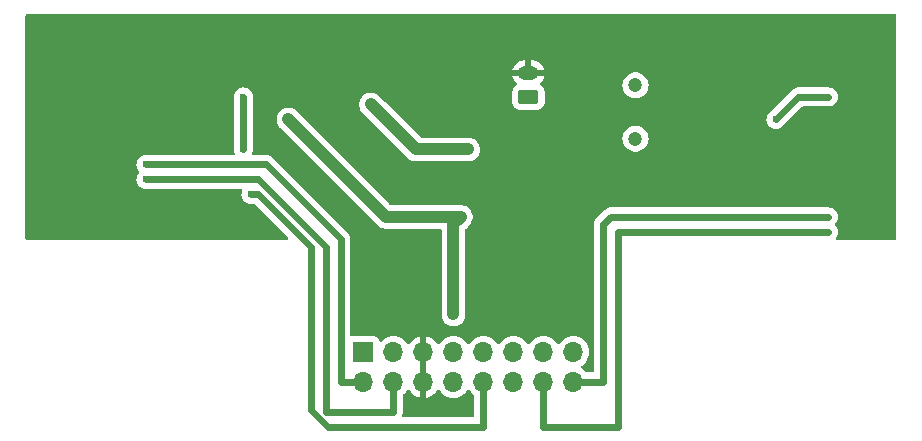
<source format=gbr>
%TF.GenerationSoftware,KiCad,Pcbnew,8.0.1*%
%TF.CreationDate,2024-03-24T23:42:45+02:00*%
%TF.ProjectId,ProjectFiles,50726f6a-6563-4744-9669-6c65732e6b69,rev?*%
%TF.SameCoordinates,Original*%
%TF.FileFunction,Copper,L2,Bot*%
%TF.FilePolarity,Positive*%
%FSLAX46Y46*%
G04 Gerber Fmt 4.6, Leading zero omitted, Abs format (unit mm)*
G04 Created by KiCad (PCBNEW 8.0.1) date 2024-03-24 23:42:45*
%MOMM*%
%LPD*%
G01*
G04 APERTURE LIST*
G04 Aperture macros list*
%AMRoundRect*
0 Rectangle with rounded corners*
0 $1 Rounding radius*
0 $2 $3 $4 $5 $6 $7 $8 $9 X,Y pos of 4 corners*
0 Add a 4 corners polygon primitive as box body*
4,1,4,$2,$3,$4,$5,$6,$7,$8,$9,$2,$3,0*
0 Add four circle primitives for the rounded corners*
1,1,$1+$1,$2,$3*
1,1,$1+$1,$4,$5*
1,1,$1+$1,$6,$7*
1,1,$1+$1,$8,$9*
0 Add four rect primitives between the rounded corners*
20,1,$1+$1,$2,$3,$4,$5,0*
20,1,$1+$1,$4,$5,$6,$7,0*
20,1,$1+$1,$6,$7,$8,$9,0*
20,1,$1+$1,$8,$9,$2,$3,0*%
G04 Aperture macros list end*
%TA.AperFunction,ComponentPad*%
%ADD10C,1.200000*%
%TD*%
%TA.AperFunction,ComponentPad*%
%ADD11R,1.700000X1.700000*%
%TD*%
%TA.AperFunction,ComponentPad*%
%ADD12O,1.700000X1.700000*%
%TD*%
%TA.AperFunction,ComponentPad*%
%ADD13RoundRect,0.250000X0.625000X-0.350000X0.625000X0.350000X-0.625000X0.350000X-0.625000X-0.350000X0*%
%TD*%
%TA.AperFunction,ComponentPad*%
%ADD14O,1.750000X1.200000*%
%TD*%
%TA.AperFunction,ViaPad*%
%ADD15C,0.600000*%
%TD*%
%TA.AperFunction,Conductor*%
%ADD16C,0.600000*%
%TD*%
%TA.AperFunction,Conductor*%
%ADD17C,1.000000*%
%TD*%
G04 APERTURE END LIST*
D10*
%TO.P,S1,MH1*%
%TO.N,N/C*%
X164005000Y-96810000D03*
%TO.P,S1,MH2*%
X164005000Y-101310000D03*
%TD*%
D11*
%TO.P,J1,1,Pin_1*%
%TO.N,/Motor2_A*%
X140970000Y-119380000D03*
D12*
%TO.P,J1,2,Pin_2*%
%TO.N,/PWM1*%
X140970000Y-121920000D03*
%TO.P,J1,3,Pin_3*%
%TO.N,/Motor2_B*%
X143510000Y-119380000D03*
%TO.P,J1,4,Pin_4*%
%TO.N,/PWM2*%
X143510000Y-121920000D03*
%TO.P,J1,5,Pin_5*%
%TO.N,GND*%
X146050000Y-119380000D03*
%TO.P,J1,6,Pin_6*%
X146050000Y-121920000D03*
%TO.P,J1,7,Pin_7*%
%TO.N,/BATT*%
X148590000Y-119380000D03*
%TO.P,J1,8,Pin_8*%
X148590000Y-121920000D03*
%TO.P,J1,9,Pin_9*%
%TO.N,unconnected-(J1-Pin_9-Pad9)*%
X151130000Y-119380000D03*
%TO.P,J1,10,Pin_10*%
%TO.N,/BATT_ADC*%
X151130000Y-121920000D03*
%TO.P,J1,11,Pin_11*%
%TO.N,5V*%
X153670000Y-119380000D03*
%TO.P,J1,12,Pin_12*%
X153670000Y-121920000D03*
%TO.P,J1,13,Pin_13*%
%TO.N,/Motor1_A*%
X156210000Y-119380000D03*
%TO.P,J1,14,Pin_14*%
%TO.N,/PWM3*%
X156210000Y-121920000D03*
%TO.P,J1,15,Pin_15*%
%TO.N,/Motor1_B*%
X158750000Y-119380000D03*
%TO.P,J1,16,Pin_16*%
%TO.N,/PWM4*%
X158750000Y-121920000D03*
%TD*%
D13*
%TO.P,J3,1,Pin_1*%
%TO.N,Net-(J2-BAT)*%
X154940000Y-97790000D03*
D14*
%TO.P,J3,2,Pin_2*%
%TO.N,GND*%
X154940000Y-95790000D03*
%TD*%
D15*
%TO.N,/PWM3*%
X180340000Y-109220000D03*
%TO.N,/BATT_ADC*%
X130810000Y-97790000D03*
X130810000Y-102235000D03*
X131445000Y-106045000D03*
%TO.N,GND*%
X158750000Y-95885000D03*
X184150000Y-102870000D03*
X120015000Y-101600000D03*
X184150000Y-100965000D03*
X156845000Y-106045000D03*
%TO.N,/BATT*%
X148590000Y-116205000D03*
X134620000Y-99695000D03*
X149225000Y-107950000D03*
%TO.N,/PWM2*%
X122555000Y-104775000D03*
%TO.N,/PWM4*%
X180340000Y-107950000D03*
%TO.N,/PWM1*%
X122555000Y-103505000D03*
%TO.N,Net-(J2-~{CHRG})*%
X149837000Y-102235000D03*
X141605000Y-98425000D03*
%TO.N,Net-(Q1-Pad1)*%
X180340000Y-97790000D03*
X175895000Y-99695000D03*
%TD*%
D16*
%TO.N,/PWM3*%
X162560000Y-109220000D02*
X180340000Y-109220000D01*
X156210000Y-121920000D02*
X156210000Y-125730000D01*
X162560000Y-125730000D02*
X162560000Y-109220000D01*
X156210000Y-125730000D02*
X162560000Y-125730000D01*
%TO.N,/BATT_ADC*%
X151130000Y-125730000D02*
X137933629Y-125730000D01*
X132080000Y-106045000D02*
X131445000Y-106045000D01*
X130810000Y-102235000D02*
X130810000Y-97790000D01*
X136525000Y-124321371D02*
X136525000Y-110490000D01*
X151130000Y-121920000D02*
X151130000Y-125730000D01*
X136525000Y-110490000D02*
X132080000Y-106045000D01*
X137933629Y-125730000D02*
X136525000Y-124321371D01*
%TO.N,GND*%
X184150000Y-100965000D02*
X184150000Y-102870000D01*
D17*
%TO.N,/BATT*%
X142875000Y-107950000D02*
X134620000Y-99695000D01*
X149225000Y-107950000D02*
X142875000Y-107950000D01*
X148590000Y-108585000D02*
X149225000Y-107950000D01*
X148590000Y-116205000D02*
X148590000Y-108585000D01*
D16*
%TO.N,/PWM2*%
X132080000Y-104775000D02*
X137795000Y-110490000D01*
X137795000Y-124460000D02*
X143510000Y-124460000D01*
X143510000Y-124460000D02*
X143510000Y-121920000D01*
X137795000Y-110490000D02*
X137795000Y-124460000D01*
X122555000Y-104775000D02*
X132080000Y-104775000D01*
%TO.N,/PWM4*%
X158750000Y-121920000D02*
X161290000Y-121920000D01*
X161290000Y-108585000D02*
X161925000Y-107950000D01*
X161290000Y-121920000D02*
X161290000Y-108585000D01*
X161925000Y-107950000D02*
X180340000Y-107950000D01*
%TO.N,/PWM1*%
X139065000Y-121920000D02*
X140970000Y-121920000D01*
X122555000Y-103505000D02*
X132715000Y-103505000D01*
X139065000Y-109855000D02*
X139065000Y-121920000D01*
X132715000Y-103505000D02*
X139065000Y-109855000D01*
D17*
%TO.N,Net-(J2-~{CHRG})*%
X141605000Y-98425000D02*
X145415000Y-102235000D01*
X145415000Y-102235000D02*
X149837000Y-102235000D01*
D16*
%TO.N,Net-(Q1-Pad1)*%
X180340000Y-97790000D02*
X177800000Y-97790000D01*
X177800000Y-97790000D02*
X175895000Y-99695000D01*
%TD*%
%TA.AperFunction,Conductor*%
%TO.N,GND*%
G36*
X146300000Y-123250633D02*
G01*
X146513483Y-123193433D01*
X146513492Y-123193429D01*
X146727578Y-123093600D01*
X146921082Y-122958105D01*
X147088105Y-122791082D01*
X147218119Y-122605405D01*
X147272696Y-122561781D01*
X147342195Y-122554588D01*
X147404549Y-122586110D01*
X147421269Y-122605405D01*
X147551505Y-122791401D01*
X147718599Y-122958495D01*
X147814562Y-123025689D01*
X147912165Y-123094032D01*
X147912167Y-123094033D01*
X147912170Y-123094035D01*
X148126337Y-123193903D01*
X148354592Y-123255063D01*
X148542918Y-123271539D01*
X148589999Y-123275659D01*
X148590000Y-123275659D01*
X148590001Y-123275659D01*
X148629234Y-123272226D01*
X148825408Y-123255063D01*
X149053663Y-123193903D01*
X149267830Y-123094035D01*
X149461401Y-122958495D01*
X149628495Y-122791401D01*
X149758425Y-122605842D01*
X149813002Y-122562217D01*
X149882500Y-122555023D01*
X149944855Y-122586546D01*
X149961575Y-122605842D01*
X150091501Y-122791396D01*
X150091506Y-122791402D01*
X150258594Y-122958491D01*
X150258597Y-122958493D01*
X150258599Y-122958495D01*
X150276622Y-122971115D01*
X150320247Y-123025689D01*
X150329500Y-123072690D01*
X150329500Y-124805500D01*
X150309815Y-124872539D01*
X150257011Y-124918294D01*
X150205500Y-124929500D01*
X144367561Y-124929500D01*
X144300522Y-124909815D01*
X144254767Y-124857011D01*
X144244823Y-124787853D01*
X144253000Y-124758048D01*
X144276813Y-124700556D01*
X144279737Y-124693497D01*
X144310500Y-124538842D01*
X144310500Y-123072690D01*
X144330185Y-123005651D01*
X144363375Y-122971116D01*
X144381401Y-122958495D01*
X144548495Y-122791401D01*
X144678730Y-122605405D01*
X144733307Y-122561781D01*
X144802805Y-122554587D01*
X144865160Y-122586110D01*
X144881879Y-122605405D01*
X145011890Y-122791078D01*
X145178917Y-122958105D01*
X145372421Y-123093600D01*
X145586507Y-123193429D01*
X145586516Y-123193433D01*
X145800000Y-123250634D01*
X145800000Y-122353012D01*
X145857007Y-122385925D01*
X145984174Y-122420000D01*
X146115826Y-122420000D01*
X146242993Y-122385925D01*
X146300000Y-122353012D01*
X146300000Y-123250633D01*
G37*
%TD.AperFunction*%
%TA.AperFunction,Conductor*%
G36*
X146300000Y-121486988D02*
G01*
X146242993Y-121454075D01*
X146115826Y-121420000D01*
X145984174Y-121420000D01*
X145857007Y-121454075D01*
X145800000Y-121486988D01*
X145800000Y-119813012D01*
X145857007Y-119845925D01*
X145984174Y-119880000D01*
X146115826Y-119880000D01*
X146242993Y-119845925D01*
X146300000Y-119813012D01*
X146300000Y-121486988D01*
G37*
%TD.AperFunction*%
%TA.AperFunction,Conductor*%
G36*
X186032539Y-90790185D02*
G01*
X186078294Y-90842989D01*
X186089500Y-90894500D01*
X186089500Y-109765500D01*
X186069815Y-109832539D01*
X186017011Y-109878294D01*
X185965500Y-109889500D01*
X181089094Y-109889500D01*
X181022055Y-109869815D01*
X180976300Y-109817011D01*
X180966356Y-109747853D01*
X180984097Y-109699533D01*
X181010942Y-109656808D01*
X181012777Y-109653979D01*
X181049394Y-109599179D01*
X181049720Y-109598390D01*
X181059287Y-109579868D01*
X181065789Y-109569522D01*
X181087023Y-109508837D01*
X181089484Y-109502389D01*
X181109737Y-109453497D01*
X181112448Y-109439862D01*
X181117023Y-109423100D01*
X181125368Y-109399255D01*
X181131110Y-109348283D01*
X181132707Y-109338017D01*
X181140500Y-109298842D01*
X181140500Y-109271914D01*
X181141280Y-109258029D01*
X181145565Y-109220001D01*
X181145565Y-109219998D01*
X181141280Y-109181969D01*
X181140500Y-109168085D01*
X181140500Y-109141157D01*
X181132711Y-109102003D01*
X181131110Y-109091714D01*
X181125368Y-109040745D01*
X181117023Y-109016898D01*
X181112449Y-109000139D01*
X181109737Y-108986503D01*
X181089484Y-108937607D01*
X181087028Y-108931175D01*
X181065789Y-108870478D01*
X181059289Y-108860134D01*
X181049719Y-108841606D01*
X181049394Y-108840821D01*
X181012790Y-108786040D01*
X181010905Y-108783131D01*
X180969815Y-108717737D01*
X180924759Y-108672681D01*
X180891274Y-108611358D01*
X180896258Y-108541666D01*
X180924759Y-108497319D01*
X180969816Y-108452262D01*
X181010931Y-108386825D01*
X181012777Y-108383979D01*
X181049394Y-108329179D01*
X181049720Y-108328390D01*
X181059287Y-108309868D01*
X181065789Y-108299522D01*
X181087023Y-108238837D01*
X181089484Y-108232389D01*
X181109737Y-108183497D01*
X181112448Y-108169862D01*
X181117023Y-108153100D01*
X181125368Y-108129255D01*
X181131110Y-108078283D01*
X181132707Y-108068017D01*
X181140500Y-108028842D01*
X181140500Y-108001914D01*
X181141280Y-107988029D01*
X181145565Y-107950001D01*
X181145565Y-107949998D01*
X181141280Y-107911969D01*
X181140500Y-107898085D01*
X181140500Y-107871157D01*
X181138109Y-107859140D01*
X181132709Y-107831992D01*
X181131110Y-107821714D01*
X181125368Y-107770745D01*
X181117023Y-107746898D01*
X181112449Y-107730139D01*
X181109737Y-107716503D01*
X181089484Y-107667607D01*
X181087028Y-107661175D01*
X181065789Y-107600478D01*
X181059289Y-107590134D01*
X181049719Y-107571606D01*
X181049394Y-107570821D01*
X181012790Y-107516040D01*
X181010905Y-107513131D01*
X180987629Y-107476087D01*
X180969816Y-107447738D01*
X180842262Y-107320184D01*
X180842260Y-107320182D01*
X180842257Y-107320180D01*
X180776900Y-107279114D01*
X180773982Y-107277223D01*
X180719179Y-107240605D01*
X180719173Y-107240603D01*
X180718365Y-107240268D01*
X180699865Y-107230709D01*
X180689524Y-107224212D01*
X180689523Y-107224211D01*
X180689522Y-107224211D01*
X180628867Y-107202986D01*
X180622377Y-107200509D01*
X180573496Y-107180262D01*
X180559860Y-107177550D01*
X180543104Y-107172976D01*
X180519260Y-107164633D01*
X180519256Y-107164632D01*
X180519255Y-107164632D01*
X180498575Y-107162301D01*
X180468303Y-107158890D01*
X180458003Y-107157288D01*
X180418844Y-107149500D01*
X180418842Y-107149500D01*
X180391915Y-107149500D01*
X180378031Y-107148720D01*
X180340002Y-107144435D01*
X180339998Y-107144435D01*
X180301969Y-107148720D01*
X180288085Y-107149500D01*
X161846153Y-107149500D01*
X161691510Y-107180260D01*
X161691502Y-107180262D01*
X161545824Y-107240604D01*
X161545814Y-107240609D01*
X161414711Y-107328210D01*
X161414707Y-107328213D01*
X160921231Y-107821691D01*
X160779711Y-107963211D01*
X160747969Y-107994953D01*
X160668209Y-108074712D01*
X160580609Y-108205814D01*
X160580602Y-108205827D01*
X160520264Y-108351498D01*
X160520261Y-108351510D01*
X160489500Y-108506153D01*
X160489500Y-120995500D01*
X160469815Y-121062539D01*
X160417011Y-121108294D01*
X160365500Y-121119500D01*
X159902691Y-121119500D01*
X159835652Y-121099815D01*
X159801116Y-121066624D01*
X159798256Y-121062539D01*
X159788495Y-121048599D01*
X159788493Y-121048597D01*
X159788491Y-121048594D01*
X159621402Y-120881506D01*
X159621396Y-120881501D01*
X159435842Y-120751575D01*
X159392217Y-120696998D01*
X159385023Y-120627500D01*
X159416546Y-120565145D01*
X159435842Y-120548425D01*
X159458026Y-120532891D01*
X159621401Y-120418495D01*
X159788495Y-120251401D01*
X159924035Y-120057830D01*
X160023903Y-119843663D01*
X160085063Y-119615408D01*
X160105659Y-119380000D01*
X160085063Y-119144592D01*
X160023903Y-118916337D01*
X159924035Y-118702171D01*
X159918731Y-118694595D01*
X159788494Y-118508597D01*
X159621402Y-118341506D01*
X159621395Y-118341501D01*
X159427834Y-118205967D01*
X159427830Y-118205965D01*
X159427828Y-118205964D01*
X159213663Y-118106097D01*
X159213659Y-118106096D01*
X159213655Y-118106094D01*
X158985413Y-118044938D01*
X158985403Y-118044936D01*
X158750001Y-118024341D01*
X158749999Y-118024341D01*
X158514596Y-118044936D01*
X158514586Y-118044938D01*
X158286344Y-118106094D01*
X158286335Y-118106098D01*
X158072171Y-118205964D01*
X158072169Y-118205965D01*
X157878597Y-118341505D01*
X157711505Y-118508597D01*
X157581575Y-118694158D01*
X157526998Y-118737783D01*
X157457500Y-118744977D01*
X157395145Y-118713454D01*
X157378425Y-118694158D01*
X157248494Y-118508597D01*
X157081402Y-118341506D01*
X157081395Y-118341501D01*
X156887834Y-118205967D01*
X156887830Y-118205965D01*
X156887828Y-118205964D01*
X156673663Y-118106097D01*
X156673659Y-118106096D01*
X156673655Y-118106094D01*
X156445413Y-118044938D01*
X156445403Y-118044936D01*
X156210001Y-118024341D01*
X156209999Y-118024341D01*
X155974596Y-118044936D01*
X155974586Y-118044938D01*
X155746344Y-118106094D01*
X155746335Y-118106098D01*
X155532171Y-118205964D01*
X155532169Y-118205965D01*
X155338597Y-118341505D01*
X155171505Y-118508597D01*
X155041575Y-118694158D01*
X154986998Y-118737783D01*
X154917500Y-118744977D01*
X154855145Y-118713454D01*
X154838425Y-118694158D01*
X154708494Y-118508597D01*
X154541402Y-118341506D01*
X154541395Y-118341501D01*
X154347834Y-118205967D01*
X154347830Y-118205965D01*
X154347828Y-118205964D01*
X154133663Y-118106097D01*
X154133659Y-118106096D01*
X154133655Y-118106094D01*
X153905413Y-118044938D01*
X153905403Y-118044936D01*
X153670001Y-118024341D01*
X153669999Y-118024341D01*
X153434596Y-118044936D01*
X153434586Y-118044938D01*
X153206344Y-118106094D01*
X153206335Y-118106098D01*
X152992171Y-118205964D01*
X152992169Y-118205965D01*
X152798597Y-118341505D01*
X152631505Y-118508597D01*
X152501575Y-118694158D01*
X152446998Y-118737783D01*
X152377500Y-118744977D01*
X152315145Y-118713454D01*
X152298425Y-118694158D01*
X152168494Y-118508597D01*
X152001402Y-118341506D01*
X152001395Y-118341501D01*
X151807834Y-118205967D01*
X151807830Y-118205965D01*
X151807828Y-118205964D01*
X151593663Y-118106097D01*
X151593659Y-118106096D01*
X151593655Y-118106094D01*
X151365413Y-118044938D01*
X151365403Y-118044936D01*
X151130001Y-118024341D01*
X151129999Y-118024341D01*
X150894596Y-118044936D01*
X150894586Y-118044938D01*
X150666344Y-118106094D01*
X150666335Y-118106098D01*
X150452171Y-118205964D01*
X150452169Y-118205965D01*
X150258597Y-118341505D01*
X150091505Y-118508597D01*
X149961575Y-118694158D01*
X149906998Y-118737783D01*
X149837500Y-118744977D01*
X149775145Y-118713454D01*
X149758425Y-118694158D01*
X149628494Y-118508597D01*
X149461402Y-118341506D01*
X149461395Y-118341501D01*
X149267834Y-118205967D01*
X149267830Y-118205965D01*
X149267828Y-118205964D01*
X149053663Y-118106097D01*
X149053659Y-118106096D01*
X149053655Y-118106094D01*
X148825413Y-118044938D01*
X148825403Y-118044936D01*
X148590001Y-118024341D01*
X148589999Y-118024341D01*
X148354596Y-118044936D01*
X148354586Y-118044938D01*
X148126344Y-118106094D01*
X148126335Y-118106098D01*
X147912171Y-118205964D01*
X147912169Y-118205965D01*
X147718597Y-118341505D01*
X147551508Y-118508594D01*
X147421269Y-118694595D01*
X147366692Y-118738219D01*
X147297193Y-118745412D01*
X147234839Y-118713890D01*
X147218119Y-118694594D01*
X147088113Y-118508926D01*
X147088108Y-118508920D01*
X146921082Y-118341894D01*
X146727578Y-118206399D01*
X146513492Y-118106570D01*
X146513486Y-118106567D01*
X146300000Y-118049364D01*
X146300000Y-118946988D01*
X146242993Y-118914075D01*
X146115826Y-118880000D01*
X145984174Y-118880000D01*
X145857007Y-118914075D01*
X145800000Y-118946988D01*
X145800000Y-118049364D01*
X145799999Y-118049364D01*
X145586513Y-118106567D01*
X145586507Y-118106570D01*
X145372422Y-118206399D01*
X145372420Y-118206400D01*
X145178926Y-118341886D01*
X145178920Y-118341891D01*
X145011891Y-118508920D01*
X145011890Y-118508922D01*
X144881880Y-118694595D01*
X144827303Y-118738219D01*
X144757804Y-118745412D01*
X144695450Y-118713890D01*
X144678730Y-118694594D01*
X144548494Y-118508597D01*
X144381402Y-118341506D01*
X144381395Y-118341501D01*
X144187834Y-118205967D01*
X144187830Y-118205965D01*
X144187828Y-118205964D01*
X143973663Y-118106097D01*
X143973659Y-118106096D01*
X143973655Y-118106094D01*
X143745413Y-118044938D01*
X143745403Y-118044936D01*
X143510001Y-118024341D01*
X143509999Y-118024341D01*
X143274596Y-118044936D01*
X143274586Y-118044938D01*
X143046344Y-118106094D01*
X143046335Y-118106098D01*
X142832171Y-118205964D01*
X142832169Y-118205965D01*
X142638600Y-118341503D01*
X142516673Y-118463430D01*
X142455350Y-118496914D01*
X142385658Y-118491930D01*
X142329725Y-118450058D01*
X142312810Y-118419081D01*
X142263797Y-118287671D01*
X142263793Y-118287664D01*
X142177547Y-118172455D01*
X142177544Y-118172452D01*
X142062335Y-118086206D01*
X142062328Y-118086202D01*
X141927482Y-118035908D01*
X141927483Y-118035908D01*
X141867883Y-118029501D01*
X141867881Y-118029500D01*
X141867873Y-118029500D01*
X141867864Y-118029500D01*
X140072129Y-118029500D01*
X140072123Y-118029501D01*
X140004804Y-118036738D01*
X140004497Y-118033890D01*
X139948211Y-118030856D01*
X139891552Y-117989972D01*
X139865990Y-117924946D01*
X139865500Y-117913932D01*
X139865500Y-109776155D01*
X139865499Y-109776153D01*
X139841778Y-109656902D01*
X139834737Y-109621503D01*
X139825490Y-109599179D01*
X139774397Y-109475827D01*
X139774390Y-109475814D01*
X139686790Y-109344712D01*
X139640918Y-109298840D01*
X139575289Y-109233211D01*
X136425107Y-106083029D01*
X133225292Y-102883213D01*
X133225288Y-102883210D01*
X133094185Y-102795609D01*
X133094172Y-102795602D01*
X132948501Y-102735264D01*
X132948489Y-102735261D01*
X132793845Y-102704500D01*
X132793842Y-102704500D01*
X131668568Y-102704500D01*
X131601529Y-102684815D01*
X131555774Y-102632011D01*
X131545830Y-102562853D01*
X131551526Y-102539548D01*
X131557012Y-102523869D01*
X131559490Y-102517377D01*
X131579737Y-102468497D01*
X131582449Y-102454860D01*
X131587023Y-102438100D01*
X131595368Y-102414255D01*
X131601110Y-102363283D01*
X131602707Y-102353017D01*
X131610500Y-102313842D01*
X131610500Y-102286914D01*
X131611280Y-102273029D01*
X131615565Y-102235001D01*
X131615565Y-102234998D01*
X131611280Y-102196969D01*
X131610500Y-102183085D01*
X131610500Y-99793544D01*
X133619500Y-99793544D01*
X133657947Y-99986828D01*
X133657949Y-99986836D01*
X133733367Y-100168910D01*
X133733372Y-100168920D01*
X133842860Y-100332780D01*
X133842863Y-100332784D01*
X142094735Y-108584655D01*
X142094764Y-108584686D01*
X142237217Y-108727139D01*
X142401080Y-108836628D01*
X142401086Y-108836632D01*
X142498148Y-108876836D01*
X142583164Y-108912051D01*
X142600388Y-108915477D01*
X142644405Y-108924232D01*
X142776456Y-108950500D01*
X142776459Y-108950500D01*
X142776460Y-108950500D01*
X142973540Y-108950500D01*
X147465500Y-108950500D01*
X147532539Y-108970185D01*
X147578294Y-109022989D01*
X147589500Y-109074500D01*
X147589500Y-116303541D01*
X147589500Y-116303543D01*
X147589499Y-116303543D01*
X147627947Y-116496829D01*
X147627950Y-116496839D01*
X147703364Y-116678907D01*
X147703371Y-116678920D01*
X147812860Y-116842781D01*
X147812863Y-116842785D01*
X147952214Y-116982136D01*
X147952218Y-116982139D01*
X148116079Y-117091628D01*
X148116092Y-117091635D01*
X148298160Y-117167049D01*
X148298165Y-117167051D01*
X148298169Y-117167051D01*
X148298170Y-117167052D01*
X148491456Y-117205500D01*
X148491459Y-117205500D01*
X148688543Y-117205500D01*
X148818582Y-117179632D01*
X148881835Y-117167051D01*
X149063914Y-117091632D01*
X149227782Y-116982139D01*
X149367139Y-116842782D01*
X149476632Y-116678914D01*
X149552051Y-116496835D01*
X149590500Y-116303541D01*
X149590500Y-109050782D01*
X149610185Y-108983743D01*
X149626819Y-108963101D01*
X149803871Y-108786050D01*
X150002140Y-108587781D01*
X150111632Y-108423914D01*
X150187052Y-108241835D01*
X150225501Y-108048540D01*
X150225501Y-107851459D01*
X150225501Y-107851456D01*
X150225500Y-107851454D01*
X150198655Y-107716497D01*
X150187052Y-107658164D01*
X150111632Y-107476085D01*
X150111631Y-107476084D01*
X150111628Y-107476078D01*
X150002140Y-107312218D01*
X150002137Y-107312214D01*
X149862785Y-107172862D01*
X149862781Y-107172859D01*
X149698921Y-107063371D01*
X149698912Y-107063366D01*
X149516836Y-106987948D01*
X149516828Y-106987946D01*
X149323544Y-106949499D01*
X149323541Y-106949499D01*
X149126460Y-106949499D01*
X149120346Y-106949499D01*
X149120326Y-106949500D01*
X143340782Y-106949500D01*
X143273743Y-106929815D01*
X143253101Y-106913181D01*
X135257784Y-98917863D01*
X135257780Y-98917860D01*
X135093920Y-98808372D01*
X135093910Y-98808367D01*
X134911836Y-98732949D01*
X134911828Y-98732947D01*
X134718543Y-98694500D01*
X134718540Y-98694500D01*
X134521460Y-98694500D01*
X134521457Y-98694500D01*
X134328171Y-98732947D01*
X134328163Y-98732949D01*
X134146089Y-98808367D01*
X134146079Y-98808372D01*
X133982219Y-98917860D01*
X133982215Y-98917863D01*
X133842863Y-99057215D01*
X133842860Y-99057219D01*
X133733372Y-99221079D01*
X133733367Y-99221089D01*
X133657949Y-99403163D01*
X133657947Y-99403171D01*
X133619500Y-99596455D01*
X133619500Y-99793544D01*
X131610500Y-99793544D01*
X131610500Y-98523544D01*
X140604500Y-98523544D01*
X140642947Y-98716828D01*
X140642949Y-98716836D01*
X140718367Y-98898910D01*
X140718372Y-98898920D01*
X140827860Y-99062780D01*
X140827863Y-99062784D01*
X144777215Y-103012137D01*
X144777219Y-103012140D01*
X144941079Y-103121628D01*
X144941088Y-103121633D01*
X145022787Y-103155474D01*
X145123165Y-103197052D01*
X145284389Y-103229121D01*
X145316457Y-103235499D01*
X145316458Y-103235500D01*
X145316459Y-103235500D01*
X149935543Y-103235500D01*
X150065582Y-103209632D01*
X150128835Y-103197051D01*
X150310914Y-103121632D01*
X150474782Y-103012139D01*
X150614139Y-102872782D01*
X150723632Y-102708914D01*
X150799051Y-102526835D01*
X150821445Y-102414254D01*
X150837500Y-102333543D01*
X150837500Y-102136456D01*
X150799052Y-101943170D01*
X150799051Y-101943169D01*
X150799051Y-101943165D01*
X150777784Y-101891821D01*
X150723635Y-101761092D01*
X150723628Y-101761079D01*
X150614139Y-101597218D01*
X150614136Y-101597214D01*
X150474785Y-101457863D01*
X150474781Y-101457860D01*
X150310920Y-101348371D01*
X150310907Y-101348364D01*
X150218287Y-101310000D01*
X162899785Y-101310000D01*
X162918602Y-101513082D01*
X162974417Y-101709247D01*
X162974422Y-101709260D01*
X163065327Y-101891821D01*
X163188237Y-102054581D01*
X163338958Y-102191980D01*
X163338960Y-102191982D01*
X163408434Y-102234998D01*
X163512363Y-102299348D01*
X163702544Y-102373024D01*
X163903024Y-102410500D01*
X163903026Y-102410500D01*
X164106974Y-102410500D01*
X164106976Y-102410500D01*
X164307456Y-102373024D01*
X164497637Y-102299348D01*
X164671041Y-102191981D01*
X164821764Y-102054579D01*
X164944673Y-101891821D01*
X165035582Y-101709250D01*
X165091397Y-101513083D01*
X165110215Y-101310000D01*
X165091397Y-101106917D01*
X165035582Y-100910750D01*
X164944673Y-100728179D01*
X164821764Y-100565421D01*
X164821762Y-100565418D01*
X164671041Y-100428019D01*
X164671039Y-100428017D01*
X164497642Y-100320655D01*
X164497635Y-100320651D01*
X164402546Y-100283814D01*
X164307456Y-100246976D01*
X164106976Y-100209500D01*
X163903024Y-100209500D01*
X163702544Y-100246976D01*
X163702541Y-100246976D01*
X163702541Y-100246977D01*
X163512364Y-100320651D01*
X163512357Y-100320655D01*
X163338960Y-100428017D01*
X163338958Y-100428019D01*
X163188237Y-100565418D01*
X163065327Y-100728178D01*
X162974422Y-100910739D01*
X162974417Y-100910752D01*
X162918602Y-101106917D01*
X162899785Y-101309999D01*
X162899785Y-101310000D01*
X150218287Y-101310000D01*
X150128839Y-101272950D01*
X150128829Y-101272947D01*
X149935543Y-101234500D01*
X149935541Y-101234500D01*
X145880783Y-101234500D01*
X145813744Y-101214815D01*
X145793102Y-101198181D01*
X144289922Y-99695001D01*
X175089435Y-99695001D01*
X175093720Y-99733029D01*
X175094500Y-99746914D01*
X175094500Y-99773844D01*
X175102288Y-99813003D01*
X175103890Y-99823303D01*
X175109632Y-99874252D01*
X175109633Y-99874260D01*
X175117976Y-99898104D01*
X175122550Y-99914860D01*
X175125262Y-99928496D01*
X175145509Y-99977377D01*
X175147988Y-99983872D01*
X175169212Y-100044524D01*
X175175709Y-100054865D01*
X175185268Y-100073365D01*
X175185603Y-100074173D01*
X175185605Y-100074179D01*
X175222223Y-100128982D01*
X175224114Y-100131900D01*
X175265180Y-100197257D01*
X175265182Y-100197260D01*
X175265184Y-100197262D01*
X175392738Y-100324816D01*
X175458096Y-100365883D01*
X175458131Y-100365905D01*
X175461040Y-100367790D01*
X175515821Y-100404394D01*
X175516606Y-100404719D01*
X175535134Y-100414289D01*
X175545478Y-100420789D01*
X175606175Y-100442028D01*
X175612607Y-100444484D01*
X175641021Y-100456253D01*
X175661497Y-100464735D01*
X175661498Y-100464735D01*
X175661503Y-100464737D01*
X175675139Y-100467449D01*
X175691898Y-100472023D01*
X175715745Y-100480368D01*
X175766714Y-100486110D01*
X175776992Y-100487709D01*
X175804140Y-100493109D01*
X175816157Y-100495500D01*
X175816158Y-100495500D01*
X175843085Y-100495500D01*
X175856969Y-100496280D01*
X175894998Y-100500565D01*
X175895000Y-100500565D01*
X175895002Y-100500565D01*
X175933031Y-100496280D01*
X175946915Y-100495500D01*
X175973841Y-100495500D01*
X175973842Y-100495500D01*
X176013017Y-100487707D01*
X176023283Y-100486110D01*
X176074255Y-100480368D01*
X176098100Y-100472023D01*
X176114862Y-100467448D01*
X176128497Y-100464737D01*
X176177389Y-100444484D01*
X176183837Y-100442023D01*
X176244522Y-100420789D01*
X176254868Y-100414287D01*
X176273390Y-100404720D01*
X176274179Y-100404394D01*
X176328987Y-100367771D01*
X176331825Y-100365931D01*
X176397262Y-100324816D01*
X176524816Y-100197262D01*
X178095259Y-98626819D01*
X178156582Y-98593334D01*
X178182940Y-98590500D01*
X180288085Y-98590500D01*
X180301969Y-98591280D01*
X180339998Y-98595565D01*
X180340000Y-98595565D01*
X180340002Y-98595565D01*
X180378031Y-98591280D01*
X180391915Y-98590500D01*
X180418841Y-98590500D01*
X180418842Y-98590500D01*
X180458017Y-98582707D01*
X180468283Y-98581110D01*
X180519255Y-98575368D01*
X180543100Y-98567023D01*
X180559862Y-98562448D01*
X180573497Y-98559737D01*
X180622389Y-98539484D01*
X180628837Y-98537023D01*
X180689522Y-98515789D01*
X180699868Y-98509287D01*
X180718390Y-98499720D01*
X180719179Y-98499394D01*
X180773987Y-98462771D01*
X180776825Y-98460931D01*
X180842262Y-98419816D01*
X180969816Y-98292262D01*
X181010931Y-98226825D01*
X181012777Y-98223979D01*
X181035471Y-98190016D01*
X181049394Y-98169179D01*
X181049720Y-98168390D01*
X181059287Y-98149868D01*
X181065789Y-98139522D01*
X181087023Y-98078837D01*
X181089484Y-98072389D01*
X181109737Y-98023497D01*
X181112448Y-98009862D01*
X181117023Y-97993100D01*
X181125368Y-97969255D01*
X181131110Y-97918283D01*
X181132707Y-97908017D01*
X181140500Y-97868842D01*
X181140500Y-97841914D01*
X181141280Y-97828029D01*
X181145565Y-97790001D01*
X181145565Y-97789998D01*
X181141280Y-97751969D01*
X181140500Y-97738085D01*
X181140500Y-97711157D01*
X181138109Y-97699140D01*
X181132709Y-97671992D01*
X181131110Y-97661714D01*
X181125368Y-97610745D01*
X181117023Y-97586898D01*
X181112449Y-97570139D01*
X181109737Y-97556503D01*
X181109734Y-97556496D01*
X181101253Y-97536021D01*
X181089484Y-97507607D01*
X181087028Y-97501175D01*
X181065789Y-97440478D01*
X181059289Y-97430134D01*
X181049719Y-97411606D01*
X181049394Y-97410821D01*
X181012790Y-97356040D01*
X181010905Y-97353131D01*
X180969816Y-97287738D01*
X180842262Y-97160184D01*
X180842260Y-97160182D01*
X180842257Y-97160180D01*
X180776900Y-97119114D01*
X180773982Y-97117223D01*
X180719179Y-97080605D01*
X180719173Y-97080603D01*
X180718365Y-97080268D01*
X180699865Y-97070709D01*
X180689524Y-97064212D01*
X180689523Y-97064211D01*
X180689522Y-97064211D01*
X180628867Y-97042986D01*
X180622377Y-97040509D01*
X180573496Y-97020262D01*
X180559860Y-97017550D01*
X180543104Y-97012976D01*
X180519260Y-97004633D01*
X180519256Y-97004632D01*
X180519255Y-97004632D01*
X180498575Y-97002301D01*
X180468303Y-96998890D01*
X180458003Y-96997288D01*
X180418844Y-96989500D01*
X180418842Y-96989500D01*
X180391915Y-96989500D01*
X180378031Y-96988720D01*
X180340002Y-96984435D01*
X180339998Y-96984435D01*
X180301969Y-96988720D01*
X180288085Y-96989500D01*
X177721155Y-96989500D01*
X177566510Y-97020261D01*
X177566498Y-97020264D01*
X177420827Y-97080602D01*
X177420814Y-97080609D01*
X177289711Y-97168210D01*
X177289707Y-97168213D01*
X175392738Y-99065184D01*
X175265186Y-99192735D01*
X175265180Y-99192742D01*
X175224092Y-99258132D01*
X175222204Y-99261047D01*
X175185604Y-99315824D01*
X175185600Y-99315832D01*
X175185266Y-99316639D01*
X175175713Y-99335127D01*
X175169212Y-99345474D01*
X175169210Y-99345477D01*
X175147982Y-99406140D01*
X175145504Y-99412631D01*
X175125264Y-99461496D01*
X175125263Y-99461502D01*
X175122550Y-99475140D01*
X175117975Y-99491898D01*
X175109634Y-99515735D01*
X175109632Y-99515742D01*
X175103890Y-99566696D01*
X175102288Y-99576994D01*
X175094500Y-99616152D01*
X175094500Y-99643085D01*
X175093720Y-99656969D01*
X175089435Y-99694998D01*
X175089435Y-99695001D01*
X144289922Y-99695001D01*
X142784922Y-98190001D01*
X153564500Y-98190001D01*
X153564501Y-98190019D01*
X153575000Y-98292796D01*
X153575001Y-98292799D01*
X153630185Y-98459331D01*
X153630187Y-98459336D01*
X153654892Y-98499389D01*
X153722288Y-98608656D01*
X153846344Y-98732712D01*
X153995666Y-98824814D01*
X154162203Y-98879999D01*
X154264991Y-98890500D01*
X155615008Y-98890499D01*
X155717797Y-98879999D01*
X155884334Y-98824814D01*
X156033656Y-98732712D01*
X156157712Y-98608656D01*
X156249814Y-98459334D01*
X156304999Y-98292797D01*
X156315500Y-98190009D01*
X156315499Y-97389992D01*
X156312031Y-97356047D01*
X156304999Y-97287203D01*
X156304998Y-97287200D01*
X156279167Y-97209247D01*
X156249814Y-97120666D01*
X156157712Y-96971344D01*
X156033656Y-96847288D01*
X156033655Y-96847287D01*
X155973202Y-96810000D01*
X162899785Y-96810000D01*
X162918602Y-97013082D01*
X162974417Y-97209247D01*
X162974422Y-97209260D01*
X163065327Y-97391821D01*
X163188237Y-97554581D01*
X163338958Y-97691980D01*
X163338960Y-97691982D01*
X163369921Y-97711152D01*
X163512363Y-97799348D01*
X163702544Y-97873024D01*
X163903024Y-97910500D01*
X163903026Y-97910500D01*
X164106974Y-97910500D01*
X164106976Y-97910500D01*
X164307456Y-97873024D01*
X164497637Y-97799348D01*
X164671041Y-97691981D01*
X164804703Y-97570132D01*
X164821762Y-97554581D01*
X164821764Y-97554579D01*
X164944673Y-97391821D01*
X165035582Y-97209250D01*
X165091397Y-97013083D01*
X165110215Y-96810000D01*
X165091397Y-96606917D01*
X165035582Y-96410750D01*
X164944673Y-96228179D01*
X164821764Y-96065421D01*
X164821762Y-96065418D01*
X164671041Y-95928019D01*
X164671039Y-95928017D01*
X164497642Y-95820655D01*
X164497635Y-95820651D01*
X164402546Y-95783814D01*
X164307456Y-95746976D01*
X164106976Y-95709500D01*
X163903024Y-95709500D01*
X163702544Y-95746976D01*
X163702541Y-95746976D01*
X163702541Y-95746977D01*
X163512364Y-95820651D01*
X163512357Y-95820655D01*
X163338960Y-95928017D01*
X163338958Y-95928019D01*
X163188237Y-96065418D01*
X163065327Y-96228178D01*
X162974422Y-96410739D01*
X162974417Y-96410752D01*
X162918602Y-96606917D01*
X162899785Y-96809999D01*
X162899785Y-96810000D01*
X155973202Y-96810000D01*
X155969018Y-96807419D01*
X155922294Y-96755472D01*
X155911071Y-96686510D01*
X155938914Y-96622428D01*
X155946434Y-96614199D01*
X156054035Y-96506598D01*
X156155804Y-96366524D01*
X156234408Y-96212255D01*
X156287914Y-96047584D01*
X156289115Y-96040000D01*
X155220330Y-96040000D01*
X155240075Y-96020255D01*
X155289444Y-95934745D01*
X155315000Y-95839370D01*
X155315000Y-95740630D01*
X155289444Y-95645255D01*
X155240075Y-95559745D01*
X155220330Y-95540000D01*
X156289115Y-95540000D01*
X156289115Y-95539999D01*
X156287914Y-95532415D01*
X156234408Y-95367744D01*
X156155804Y-95213475D01*
X156054032Y-95073397D01*
X155931602Y-94950967D01*
X155791524Y-94849195D01*
X155637257Y-94770591D01*
X155472584Y-94717085D01*
X155301571Y-94690000D01*
X155190000Y-94690000D01*
X155190000Y-95509670D01*
X155170255Y-95489925D01*
X155084745Y-95440556D01*
X154989370Y-95415000D01*
X154890630Y-95415000D01*
X154795255Y-95440556D01*
X154709745Y-95489925D01*
X154690000Y-95509670D01*
X154690000Y-94690000D01*
X154578429Y-94690000D01*
X154407415Y-94717085D01*
X154242742Y-94770591D01*
X154088475Y-94849195D01*
X153948397Y-94950967D01*
X153825967Y-95073397D01*
X153724195Y-95213475D01*
X153645591Y-95367744D01*
X153592085Y-95532415D01*
X153590884Y-95539999D01*
X153590885Y-95540000D01*
X154659670Y-95540000D01*
X154639925Y-95559745D01*
X154590556Y-95645255D01*
X154565000Y-95740630D01*
X154565000Y-95839370D01*
X154590556Y-95934745D01*
X154639925Y-96020255D01*
X154659670Y-96040000D01*
X153590885Y-96040000D01*
X153592085Y-96047584D01*
X153645591Y-96212255D01*
X153724195Y-96366524D01*
X153825967Y-96506602D01*
X153933565Y-96614200D01*
X153967050Y-96675523D01*
X153962066Y-96745215D01*
X153920194Y-96801148D01*
X153910983Y-96807418D01*
X153906798Y-96810000D01*
X153846342Y-96847289D01*
X153722289Y-96971342D01*
X153630187Y-97120663D01*
X153630185Y-97120668D01*
X153617091Y-97160184D01*
X153575001Y-97287203D01*
X153575001Y-97287204D01*
X153575000Y-97287204D01*
X153564500Y-97389983D01*
X153564500Y-98190001D01*
X142784922Y-98190001D01*
X142242784Y-97647863D01*
X142242780Y-97647860D01*
X142078920Y-97538372D01*
X142078910Y-97538367D01*
X141896836Y-97462949D01*
X141896828Y-97462947D01*
X141703543Y-97424500D01*
X141703540Y-97424500D01*
X141506460Y-97424500D01*
X141506457Y-97424500D01*
X141313171Y-97462947D01*
X141313163Y-97462949D01*
X141131089Y-97538367D01*
X141131079Y-97538372D01*
X140967219Y-97647860D01*
X140967215Y-97647863D01*
X140827863Y-97787215D01*
X140827860Y-97787219D01*
X140718372Y-97951079D01*
X140718367Y-97951089D01*
X140642949Y-98133163D01*
X140642947Y-98133171D01*
X140604500Y-98326455D01*
X140604500Y-98523544D01*
X131610500Y-98523544D01*
X131610500Y-97841914D01*
X131611280Y-97828029D01*
X131615565Y-97790001D01*
X131615565Y-97789998D01*
X131611280Y-97751969D01*
X131610500Y-97738085D01*
X131610500Y-97711157D01*
X131608109Y-97699140D01*
X131602709Y-97671992D01*
X131601110Y-97661714D01*
X131595368Y-97610745D01*
X131587023Y-97586898D01*
X131582449Y-97570139D01*
X131579737Y-97556503D01*
X131579734Y-97556496D01*
X131571253Y-97536021D01*
X131559484Y-97507607D01*
X131557028Y-97501175D01*
X131535789Y-97440478D01*
X131529289Y-97430134D01*
X131519719Y-97411606D01*
X131519394Y-97410821D01*
X131482790Y-97356040D01*
X131480905Y-97353131D01*
X131439816Y-97287738D01*
X131312262Y-97160184D01*
X131312260Y-97160182D01*
X131312257Y-97160180D01*
X131246900Y-97119114D01*
X131243982Y-97117223D01*
X131189179Y-97080605D01*
X131189173Y-97080603D01*
X131188365Y-97080268D01*
X131169865Y-97070709D01*
X131159524Y-97064212D01*
X131159523Y-97064211D01*
X131159522Y-97064211D01*
X131098867Y-97042986D01*
X131092377Y-97040509D01*
X131043496Y-97020262D01*
X131029860Y-97017550D01*
X131013104Y-97012976D01*
X130989260Y-97004633D01*
X130989256Y-97004632D01*
X130989255Y-97004632D01*
X130968575Y-97002301D01*
X130938303Y-96998890D01*
X130928003Y-96997288D01*
X130888844Y-96989500D01*
X130888842Y-96989500D01*
X130861915Y-96989500D01*
X130848031Y-96988720D01*
X130810002Y-96984435D01*
X130809998Y-96984435D01*
X130771969Y-96988720D01*
X130758085Y-96989500D01*
X130731152Y-96989500D01*
X130691994Y-96997288D01*
X130681696Y-96998890D01*
X130630742Y-97004632D01*
X130630735Y-97004634D01*
X130606898Y-97012975D01*
X130590140Y-97017550D01*
X130576502Y-97020263D01*
X130576496Y-97020264D01*
X130527631Y-97040504D01*
X130521140Y-97042982D01*
X130460477Y-97064210D01*
X130460474Y-97064212D01*
X130450127Y-97070713D01*
X130431639Y-97080266D01*
X130430832Y-97080600D01*
X130430824Y-97080604D01*
X130376047Y-97117204D01*
X130373132Y-97119092D01*
X130307742Y-97160180D01*
X130307735Y-97160186D01*
X130180186Y-97287735D01*
X130180180Y-97287742D01*
X130139092Y-97353132D01*
X130137204Y-97356047D01*
X130100604Y-97410824D01*
X130100600Y-97410832D01*
X130100266Y-97411639D01*
X130090713Y-97430127D01*
X130084212Y-97440474D01*
X130084210Y-97440477D01*
X130062982Y-97501140D01*
X130060504Y-97507631D01*
X130040264Y-97556496D01*
X130040263Y-97556502D01*
X130037550Y-97570140D01*
X130032975Y-97586898D01*
X130024634Y-97610735D01*
X130024632Y-97610742D01*
X130018890Y-97661696D01*
X130017288Y-97671994D01*
X130009500Y-97711152D01*
X130009500Y-97738085D01*
X130008720Y-97751969D01*
X130004435Y-97789998D01*
X130004435Y-97790001D01*
X130008720Y-97828029D01*
X130009500Y-97841914D01*
X130009500Y-102183085D01*
X130008720Y-102196969D01*
X130004435Y-102234998D01*
X130004435Y-102235001D01*
X130008720Y-102273029D01*
X130009500Y-102286914D01*
X130009500Y-102313844D01*
X130017288Y-102353003D01*
X130018890Y-102363303D01*
X130024632Y-102414252D01*
X130024633Y-102414260D01*
X130032976Y-102438104D01*
X130037550Y-102454860D01*
X130040262Y-102468496D01*
X130060509Y-102517377D01*
X130062988Y-102523873D01*
X130068472Y-102539545D01*
X130072035Y-102609323D01*
X130037306Y-102669951D01*
X129975313Y-102702178D01*
X129951431Y-102704500D01*
X122606915Y-102704500D01*
X122593031Y-102703720D01*
X122555002Y-102699435D01*
X122554998Y-102699435D01*
X122516969Y-102703720D01*
X122503085Y-102704500D01*
X122476152Y-102704500D01*
X122436994Y-102712288D01*
X122426696Y-102713890D01*
X122375742Y-102719632D01*
X122375735Y-102719634D01*
X122351898Y-102727975D01*
X122335140Y-102732550D01*
X122321502Y-102735263D01*
X122321496Y-102735264D01*
X122272631Y-102755504D01*
X122266140Y-102757982D01*
X122205477Y-102779210D01*
X122205474Y-102779212D01*
X122195127Y-102785713D01*
X122176639Y-102795266D01*
X122175832Y-102795600D01*
X122175824Y-102795604D01*
X122121047Y-102832204D01*
X122118132Y-102834092D01*
X122052742Y-102875180D01*
X122052735Y-102875186D01*
X121925186Y-103002735D01*
X121925180Y-103002742D01*
X121884092Y-103068132D01*
X121882204Y-103071047D01*
X121845604Y-103125824D01*
X121845600Y-103125832D01*
X121845266Y-103126639D01*
X121835713Y-103145127D01*
X121829212Y-103155474D01*
X121829210Y-103155477D01*
X121807982Y-103216140D01*
X121805504Y-103222631D01*
X121785264Y-103271496D01*
X121785263Y-103271502D01*
X121782550Y-103285140D01*
X121777975Y-103301898D01*
X121769634Y-103325735D01*
X121769632Y-103325742D01*
X121763890Y-103376696D01*
X121762288Y-103386994D01*
X121754500Y-103426152D01*
X121754500Y-103453085D01*
X121753720Y-103466969D01*
X121749435Y-103504998D01*
X121749435Y-103505001D01*
X121753720Y-103543029D01*
X121754500Y-103556914D01*
X121754500Y-103583844D01*
X121762288Y-103623003D01*
X121763890Y-103633303D01*
X121769632Y-103684252D01*
X121769633Y-103684260D01*
X121777976Y-103708104D01*
X121782550Y-103724860D01*
X121785262Y-103738496D01*
X121805509Y-103787377D01*
X121807988Y-103793872D01*
X121829212Y-103854524D01*
X121835709Y-103864865D01*
X121845268Y-103883365D01*
X121845603Y-103884173D01*
X121845605Y-103884179D01*
X121882223Y-103938982D01*
X121884114Y-103941900D01*
X121925180Y-104007257D01*
X121925183Y-104007261D01*
X121970241Y-104052320D01*
X122003725Y-104113643D01*
X121998740Y-104183335D01*
X121970241Y-104227680D01*
X121925186Y-104272735D01*
X121925180Y-104272742D01*
X121884092Y-104338132D01*
X121882204Y-104341047D01*
X121845604Y-104395824D01*
X121845600Y-104395832D01*
X121845266Y-104396639D01*
X121835713Y-104415127D01*
X121829212Y-104425474D01*
X121829210Y-104425477D01*
X121807982Y-104486140D01*
X121805504Y-104492631D01*
X121785264Y-104541496D01*
X121785263Y-104541502D01*
X121782550Y-104555140D01*
X121777975Y-104571898D01*
X121769634Y-104595735D01*
X121769632Y-104595742D01*
X121763890Y-104646696D01*
X121762288Y-104656994D01*
X121754500Y-104696152D01*
X121754500Y-104723085D01*
X121753720Y-104736969D01*
X121749435Y-104774998D01*
X121749435Y-104775001D01*
X121753720Y-104813029D01*
X121754500Y-104826914D01*
X121754500Y-104853844D01*
X121762288Y-104893003D01*
X121763890Y-104903303D01*
X121769632Y-104954252D01*
X121769633Y-104954260D01*
X121777976Y-104978104D01*
X121782550Y-104994860D01*
X121785262Y-105008496D01*
X121805509Y-105057377D01*
X121807988Y-105063872D01*
X121829212Y-105124524D01*
X121835709Y-105134865D01*
X121845268Y-105153365D01*
X121845603Y-105154173D01*
X121845605Y-105154179D01*
X121882223Y-105208982D01*
X121884114Y-105211900D01*
X121925180Y-105277257D01*
X121925182Y-105277260D01*
X121925184Y-105277262D01*
X122052738Y-105404816D01*
X122118131Y-105445905D01*
X122121040Y-105447790D01*
X122175821Y-105484394D01*
X122176606Y-105484719D01*
X122195134Y-105494289D01*
X122205478Y-105500789D01*
X122266175Y-105522028D01*
X122272607Y-105524484D01*
X122301021Y-105536253D01*
X122321497Y-105544735D01*
X122321498Y-105544735D01*
X122321503Y-105544737D01*
X122335139Y-105547449D01*
X122351898Y-105552023D01*
X122375745Y-105560368D01*
X122426714Y-105566110D01*
X122436992Y-105567709D01*
X122464140Y-105573109D01*
X122476157Y-105575500D01*
X122476158Y-105575500D01*
X122503085Y-105575500D01*
X122516969Y-105576280D01*
X122554998Y-105580565D01*
X122555000Y-105580565D01*
X122555002Y-105580565D01*
X122593031Y-105576280D01*
X122606915Y-105575500D01*
X130586430Y-105575500D01*
X130653469Y-105595185D01*
X130699224Y-105647989D01*
X130709168Y-105717147D01*
X130703470Y-105740459D01*
X130697982Y-105756141D01*
X130695504Y-105762631D01*
X130675264Y-105811496D01*
X130675263Y-105811502D01*
X130672550Y-105825140D01*
X130667975Y-105841898D01*
X130659634Y-105865735D01*
X130659632Y-105865742D01*
X130653890Y-105916696D01*
X130652288Y-105926994D01*
X130644500Y-105966152D01*
X130644500Y-105993085D01*
X130643720Y-106006969D01*
X130639435Y-106044998D01*
X130639435Y-106045001D01*
X130643720Y-106083029D01*
X130644500Y-106096914D01*
X130644500Y-106123844D01*
X130652288Y-106163003D01*
X130653890Y-106173303D01*
X130659632Y-106224252D01*
X130659633Y-106224260D01*
X130667976Y-106248104D01*
X130672550Y-106264860D01*
X130675262Y-106278496D01*
X130695509Y-106327377D01*
X130697988Y-106333872D01*
X130719212Y-106394524D01*
X130725709Y-106404865D01*
X130735268Y-106423365D01*
X130735603Y-106424173D01*
X130735605Y-106424179D01*
X130772223Y-106478982D01*
X130774114Y-106481900D01*
X130815180Y-106547257D01*
X130815182Y-106547260D01*
X130815184Y-106547262D01*
X130942738Y-106674816D01*
X131008131Y-106715905D01*
X131011040Y-106717790D01*
X131065821Y-106754394D01*
X131066606Y-106754719D01*
X131085134Y-106764289D01*
X131095478Y-106770789D01*
X131156175Y-106792028D01*
X131162607Y-106794484D01*
X131191021Y-106806253D01*
X131211497Y-106814735D01*
X131211498Y-106814735D01*
X131211503Y-106814737D01*
X131225139Y-106817449D01*
X131241898Y-106822023D01*
X131265745Y-106830368D01*
X131316714Y-106836110D01*
X131326992Y-106837709D01*
X131354140Y-106843109D01*
X131366157Y-106845500D01*
X131366158Y-106845500D01*
X131393085Y-106845500D01*
X131406969Y-106846280D01*
X131444998Y-106850565D01*
X131445000Y-106850565D01*
X131445002Y-106850565D01*
X131483031Y-106846280D01*
X131496915Y-106845500D01*
X131697060Y-106845500D01*
X131764099Y-106865185D01*
X131784741Y-106881819D01*
X134580741Y-109677819D01*
X134614226Y-109739142D01*
X134609242Y-109808834D01*
X134567370Y-109864767D01*
X134501906Y-109889184D01*
X134493060Y-109889500D01*
X112484500Y-109889500D01*
X112417461Y-109869815D01*
X112371706Y-109817011D01*
X112360500Y-109765500D01*
X112360500Y-90894500D01*
X112380185Y-90827461D01*
X112432989Y-90781706D01*
X112484500Y-90770500D01*
X185965500Y-90770500D01*
X186032539Y-90790185D01*
G37*
%TD.AperFunction*%
%TD*%
M02*

</source>
